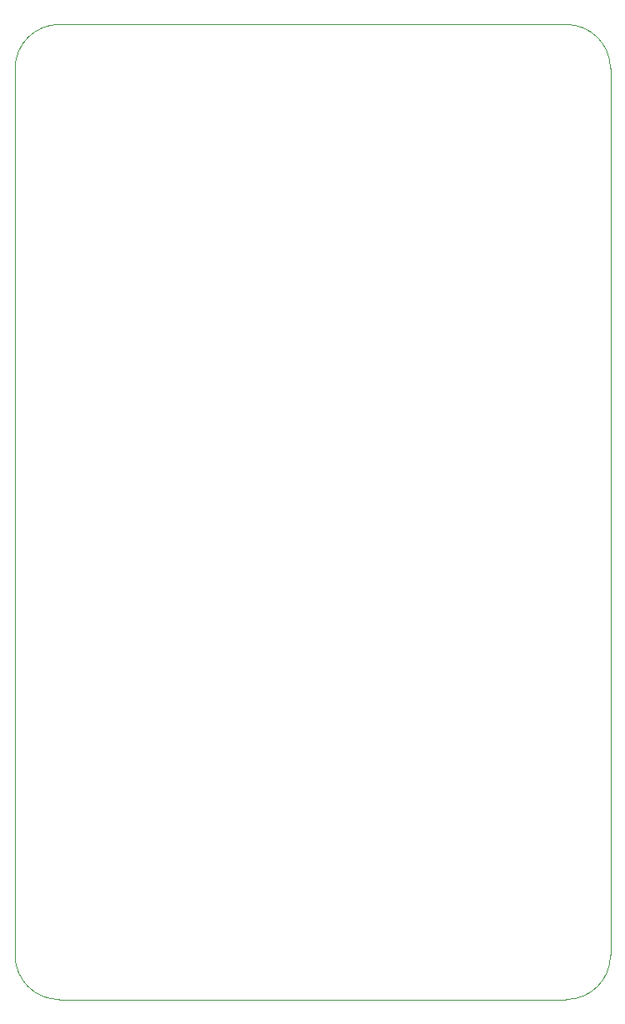
<source format=gbr>
%TF.GenerationSoftware,Altium Limited,Altium Designer,25.2.1 (25)*%
G04 Layer_Color=0*
%FSLAX43Y43*%
%MOMM*%
%TF.SameCoordinates,F457C3C9-6880-4064-B818-50B76E06CF19*%
%TF.FilePolarity,Positive*%
%TF.FileFunction,Profile,NP*%
%TF.Part,Single*%
G01*
G75*
%TA.AperFunction,Profile*%
%ADD63C,0.025*%
D63*
X0Y4500D02*
Y94500D01*
D02*
G02*
X4500Y99000I4500J0D01*
G01*
X56000D01*
D02*
G02*
X60500Y94500I0J-4500D01*
G01*
Y4500D01*
D02*
G02*
X56000Y0I-4500J0D01*
G01*
X4500D01*
D02*
G02*
X0Y4500I0J4500D01*
G01*
%TF.MD5,82cc94e4cb54c5b135f1b9e66103df17*%
M02*

</source>
